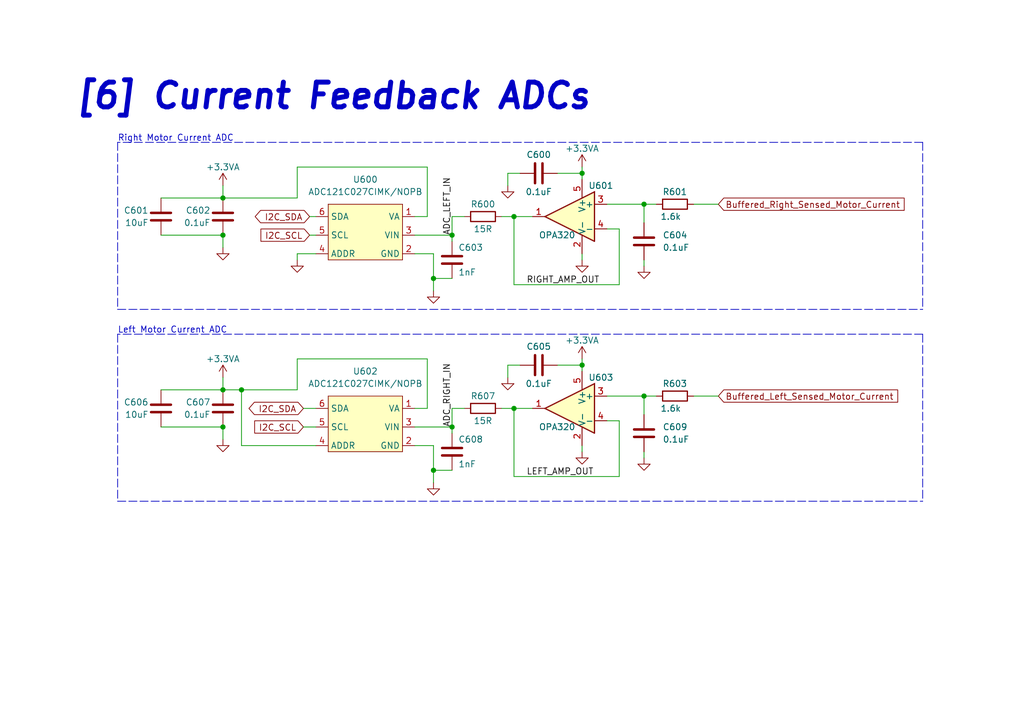
<source format=kicad_sch>
(kicad_sch (version 20211123) (generator eeschema)
  (paper "A5")
  (lib_symbols
    (symbol "ADC121C027CIMK{slash}NOPB_1"
      (property "Reference" "U" (at 0 0 0))
      (property "Value" "ADC121C027CIMK{slash}NOPB_1" (at 0 -13.97 0))
      (symbol "ADC121C027CIMK{slash}NOPB_1_0_0"
        (pin power_in line (at -10.16 -3.81 0) (length 2.54) (name "VA") (number "1"))
        (pin power_in line (at -10.16 -11.43 0) (length 2.54) (name "GND") (number "2"))
        (pin input line (at -10.16 -7.62 0) (length 2.54) (name "VIN") (number "3"))
        (pin input line (at 10.16 -11.43 180) (length 2.54) (name "ADDR") (number "4"))
        (pin input line (at 10.16 -7.62 180) (length 2.54) (name "SCL") (number "5"))
        (pin bidirectional line (at 10.16 -3.81 180) (length 2.54) (name "SDA") (number "6"))
      )
      (symbol "ADC121C027CIMK{slash}NOPB_1_0_1"
        (rectangle (start -7.62 -1.27) (end 7.62 -12.7) (fill (type background)))
      )
    )
    (symbol "Amplifier_Operational:OPA330xxDBV" (pin_names (offset 0.127))
      (property "Reference" "U" (at -1.27 6.35 0))
      (property "Value" "OPA330xxDBV" (at -1.27 3.81 0))
      (symbol "OPA330xxDBV_0_1"
        (polyline (pts (xy -5.08 5.08) (xy 5.08 0) (xy -5.08 -5.08) (xy -5.08 5.08)) (stroke (width 0.254)) (fill (type background)))
        (pin power_in line (at -2.54 -7.62 90) (length 3.81) (name "V-") (number "2"))
        (pin power_in line (at -2.54 7.62 270) (length 3.81) (name "V+") (number "5"))
      )
      (symbol "OPA330xxDBV_1_1"
        (pin output line (at 7.62 0 180) (length 2.54) (name "~") (number "1"))
        (pin input line (at -7.62 2.54 0) (length 2.54) (name "+") (number "3"))
        (pin input line (at -7.62 -2.54 0) (length 2.54) (name "-") (number "4"))
      )
    )
    (symbol "Device:C" (pin_numbers hide) (pin_names (offset 0.254))
      (property "Reference" "C" (at 0.635 2.54 0))
      (property "Value" "C" (at 0.635 -2.54 0))
      (symbol "C_0_1"
        (polyline (pts (xy -2.032 -0.762) (xy 2.032 -0.762)) (stroke (width 0.508)))
        (polyline (pts (xy -2.032 0.762) (xy 2.032 0.762)) (stroke (width 0.508)))
      )
      (symbol "C_1_1"
        (pin passive line (at 0 3.81 270) (length 2.794) (name "~") (number "1"))
        (pin passive line (at 0 -3.81 90) (length 2.794) (name "~") (number "2"))
      )
    )
    (symbol "Device:R" (pin_numbers hide) (pin_names (offset 0))
      (property "Reference" "R" (at 2.032 0 90))
      (property "Value" "R" (at 0 0 90))
      (symbol "R_0_1"
        (rectangle (start -1.016 -2.54) (end 1.016 2.54) (stroke (width 0.254)))
      )
      (symbol "R_1_1"
        (pin passive line (at 0 3.81 270) (length 1.27) (name "~") (number "1"))
        (pin passive line (at 0 -3.81 90) (length 1.27) (name "~") (number "2"))
      )
    )
    (symbol "power:+3.3VA" (power) (pin_names (offset 0))
      (property "Value" "+3.3VA" (at 0 3.556 0))
      (symbol "+3.3VA_0_1"
        (polyline (pts (xy -0.762 1.27) (xy 0 2.54)))
        (polyline (pts (xy 0 0) (xy 0 2.54)))
        (polyline (pts (xy 0 2.54) (xy 0.762 1.27)))
      )
      (symbol "+3.3VA_1_1"
        (pin power_in line (at 0 0 90) (length 0) hide (name "+3.3VA") (number "1"))
      )
    )
    (symbol "power:GND" (power) (pin_names (offset 0))
      (property "Value" "GND" (at 0 -3.81 0))
      (symbol "GND_0_1"
        (polyline (pts (xy 0 0) (xy 0 -1.27) (xy 1.27 -1.27) (xy 0 -2.54) (xy -1.27 -1.27) (xy 0 -1.27)))
      )
      (symbol "GND_1_1"
        (pin power_in line (at 0 0 270) (length 0) hide (name "GND") (number "1"))
      )
    )
  )
  (junction (at 45.72 48.26))
  (junction (at 45.72 87.63))
  (junction (at 45.72 40.64))
  (junction (at 88.9 96.52))
  (junction (at 49.53 80.01))
  (junction (at 119.38 35.56))
  (junction (at 92.71 48.26))
  (junction (at 92.71 87.63))
  (junction (at 119.38 74.93))
  (junction (at 105.41 44.45))
  (junction (at 45.72 80.01))
  (junction (at 132.08 81.28))
  (junction (at 88.9 57.15))
  (junction (at 132.08 41.91))
  (junction (at 105.41 83.82))
  (wire (pts (xy 119.38 91.44) (xy 119.38 92.71)))
  (wire (pts (xy 85.09 91.44) (xy 88.9 91.44)))
  (wire (pts (xy 127 46.99) (xy 127 58.42)))
  (polyline (pts (xy 189.23 68.58) (xy 24.13 68.58)))
  (polyline (pts (xy 189.23 29.21) (xy 189.23 63.5)))
  (wire (pts (xy 92.71 48.26) (xy 85.09 48.26)))
  (wire (pts (xy 64.77 52.07) (xy 60.96 52.07)))
  (wire (pts (xy 105.41 44.45) (xy 109.22 44.45)))
  (wire (pts (xy 64.77 44.45) (xy 63.5 44.45)))
  (polyline (pts (xy 24.13 68.58) (xy 24.13 102.87)))
  (wire (pts (xy 119.38 73.66) (xy 119.38 74.93)))
  (wire (pts (xy 33.02 87.63) (xy 45.72 87.63)))
  (wire (pts (xy 102.87 44.45) (xy 105.41 44.45)))
  (wire (pts (xy 102.87 83.82) (xy 105.41 83.82)))
  (wire (pts (xy 45.72 38.1) (xy 45.72 40.64)))
  (wire (pts (xy 119.38 35.56) (xy 119.38 36.83)))
  (wire (pts (xy 88.9 57.15) (xy 92.71 57.15)))
  (wire (pts (xy 95.25 44.45) (xy 92.71 44.45)))
  (wire (pts (xy 64.77 87.63) (xy 62.23 87.63)))
  (polyline (pts (xy 189.23 29.21) (xy 24.13 29.21)))
  (wire (pts (xy 60.96 52.07) (xy 60.96 53.34)))
  (wire (pts (xy 104.14 35.56) (xy 104.14 38.1)))
  (polyline (pts (xy 24.13 63.5) (xy 189.23 63.5)))
  (wire (pts (xy 33.02 40.64) (xy 45.72 40.64)))
  (wire (pts (xy 132.08 81.28) (xy 134.62 81.28)))
  (wire (pts (xy 85.09 52.07) (xy 88.9 52.07)))
  (wire (pts (xy 127 58.42) (xy 105.41 58.42)))
  (wire (pts (xy 114.3 35.56) (xy 119.38 35.56)))
  (wire (pts (xy 85.09 44.45) (xy 87.63 44.45)))
  (wire (pts (xy 60.96 80.01) (xy 49.53 80.01)))
  (wire (pts (xy 104.14 74.93) (xy 104.14 77.47)))
  (wire (pts (xy 45.72 40.64) (xy 60.96 40.64)))
  (wire (pts (xy 132.08 92.71) (xy 132.08 93.98)))
  (polyline (pts (xy 24.13 29.21) (xy 24.13 63.5)))
  (wire (pts (xy 85.09 83.82) (xy 87.63 83.82)))
  (wire (pts (xy 60.96 34.29) (xy 60.96 40.64)))
  (wire (pts (xy 132.08 85.09) (xy 132.08 81.28)))
  (polyline (pts (xy 189.23 68.58) (xy 189.23 102.87)))
  (wire (pts (xy 88.9 52.07) (xy 88.9 57.15)))
  (wire (pts (xy 92.71 48.26) (xy 92.71 49.53)))
  (wire (pts (xy 45.72 87.63) (xy 45.72 90.17)))
  (wire (pts (xy 87.63 44.45) (xy 87.63 34.29)))
  (wire (pts (xy 106.68 35.56) (xy 104.14 35.56)))
  (wire (pts (xy 132.08 53.34) (xy 132.08 54.61)))
  (wire (pts (xy 64.77 91.44) (xy 49.53 91.44)))
  (wire (pts (xy 88.9 57.15) (xy 88.9 59.69)))
  (wire (pts (xy 124.46 81.28) (xy 132.08 81.28)))
  (wire (pts (xy 132.08 41.91) (xy 134.62 41.91)))
  (wire (pts (xy 33.02 48.26) (xy 45.72 48.26)))
  (wire (pts (xy 88.9 91.44) (xy 88.9 96.52)))
  (wire (pts (xy 119.38 74.93) (xy 119.38 76.2)))
  (wire (pts (xy 92.71 87.63) (xy 85.09 87.63)))
  (wire (pts (xy 92.71 83.82) (xy 92.71 87.63)))
  (wire (pts (xy 64.77 83.82) (xy 62.23 83.82)))
  (wire (pts (xy 106.68 74.93) (xy 104.14 74.93)))
  (wire (pts (xy 87.63 73.66) (xy 60.96 73.66)))
  (wire (pts (xy 88.9 96.52) (xy 92.71 96.52)))
  (polyline (pts (xy 24.13 102.87) (xy 189.23 102.87)))
  (wire (pts (xy 124.46 46.99) (xy 127 46.99)))
  (wire (pts (xy 127 97.79) (xy 105.41 97.79)))
  (wire (pts (xy 87.63 34.29) (xy 60.96 34.29)))
  (wire (pts (xy 105.41 97.79) (xy 105.41 83.82)))
  (wire (pts (xy 95.25 83.82) (xy 92.71 83.82)))
  (wire (pts (xy 142.24 41.91) (xy 147.32 41.91)))
  (wire (pts (xy 132.08 45.72) (xy 132.08 41.91)))
  (wire (pts (xy 60.96 73.66) (xy 60.96 80.01)))
  (wire (pts (xy 105.41 83.82) (xy 109.22 83.82)))
  (wire (pts (xy 119.38 34.29) (xy 119.38 35.56)))
  (wire (pts (xy 92.71 44.45) (xy 92.71 48.26)))
  (wire (pts (xy 64.77 48.26) (xy 63.5 48.26)))
  (wire (pts (xy 45.72 77.47) (xy 45.72 80.01)))
  (wire (pts (xy 124.46 41.91) (xy 132.08 41.91)))
  (wire (pts (xy 124.46 86.36) (xy 127 86.36)))
  (wire (pts (xy 49.53 91.44) (xy 49.53 80.01)))
  (wire (pts (xy 105.41 58.42) (xy 105.41 44.45)))
  (wire (pts (xy 114.3 74.93) (xy 119.38 74.93)))
  (wire (pts (xy 87.63 83.82) (xy 87.63 73.66)))
  (wire (pts (xy 127 86.36) (xy 127 97.79)))
  (wire (pts (xy 119.38 52.07) (xy 119.38 53.34)))
  (wire (pts (xy 142.24 81.28) (xy 147.32 81.28)))
  (wire (pts (xy 88.9 96.52) (xy 88.9 99.06)))
  (wire (pts (xy 33.02 80.01) (xy 45.72 80.01)))
  (wire (pts (xy 49.53 80.01) (xy 45.72 80.01)))
  (wire (pts (xy 92.71 87.63) (xy 92.71 88.9)))
  (wire (pts (xy 45.72 48.26) (xy 45.72 50.8)))
  (text "Right Motor Current ADC" (at 24.13 29.21 0) (effects (font (size 1.27 1.27)) (justify left bottom)))
  (text "Left Motor Current ADC" (at 24.13 68.58 0) (effects (font (size 1.27 1.27)) (justify left bottom)))
  (text "[6] Current Feedback ADCs" (at 15.24 22.86 0) (effects (font (size 5.08 5.08) (thickness 1.016) bold italic) (justify left bottom)))
  (label "LEFT_AMP_OUT" (at 107.95 97.79 0))
  (label "RIGHT_AMP_OUT" (at 107.95 58.42 0))
  (label "ADC_RIGHT_IN" (at 92.71 87.63 90))
  (label "ADC_LEFT_IN" (at 92.71 48.26 90))
  (global_label "I2C_SCL" (shape input) (at 63.5 48.26 180) (property "Intersheet References" "${INTERSHEET_REFS}" (effects hide)))
  (global_label "I2C_SDA" (shape bidirectional) (at 62.23 83.82 180) (property "Intersheet References" "${INTERSHEET_REFS}" (effects hide)))
  (global_label "Buffered_Right_Sensed_Motor_Current" (shape input) (at 147.32 41.91 0) (property "Intersheet References" "${INTERSHEET_REFS}" (effects hide)))
  (global_label "Buffered_Left_Sensed_Motor_Current" (shape input) (at 147.32 81.28 0) (property "Intersheet References" "${INTERSHEET_REFS}" (effects hide)))
  (global_label "I2C_SCL" (shape input) (at 62.23 87.63 180) (property "Intersheet References" "${INTERSHEET_REFS}" (effects hide)))
  (global_label "I2C_SDA" (shape bidirectional) (at 63.5 44.45 180) (property "Intersheet References" "${INTERSHEET_REFS}" (effects hide)))
  (symbol (lib_id "power:GND") (at 119.38 92.71 0) (unit 1)
    (property "Reference" "#PWR?" (effects hide))
    (property "Value" "GND" (effects hide))
  )
  (symbol (lib_id "Device:R") (at 138.43 41.91 90) (unit 1)
    (property "Reference" "R601" (at 140.97 39.37 90) (effects (justify left)))
    (property "Value" "1.6k" (at 139.7 44.45 90) (effects (justify left)))
  )
  (symbol (lib_id "power:GND") (at 88.9 99.06 0) (mirror y) (unit 1)
    (property "Reference" "#PWR?" (effects hide))
    (property "Value" "GND" (effects hide))
  )
  (symbol (lib_id "Device:C") (at 45.72 44.45 0) (mirror y) (unit 1)
    (property "Reference" "C602" (at 43.18 43.18 0) (effects (justify left)))
    (property "Value" "0.1uF" (at 43.18 45.72 0) (effects (justify left)))
  )
  (symbol (lib_id "Device:C") (at 132.08 88.9 180) (unit 1)
    (property "Reference" "C609" (at 135.89 87.6299 0) (effects (justify right)))
    (property "Value" "0.1uF" (at 135.89 90.1699 0) (effects (justify right)))
  )
  (symbol (lib_id "power:GND") (at 104.14 77.47 0) (mirror y) (unit 1)
    (property "Reference" "#PWR?" (effects hide))
    (property "Value" "GND" (effects hide))
  )
  (symbol (lib_id "Amplifier_Operational:OPA330xxDBV") (at 116.84 44.45 0) (mirror y) (unit 1)
    (property "Reference" "U601" (at 120.65 38.1 0) (effects (justify right)))
    (property "Value" "OPA320" (at 110.49 48.26 0) (effects (justify right)))
    (property "Footprint" "Package_TO_SOT_SMD:SOT-23-5" (effects hide))
    (property "Datasheet" "http://www.ti.com/lit/ds/symlink/opa330.pdf" (effects hide))
  )
  (symbol (lib_id "Device:C") (at 110.49 35.56 90) (unit 1)
    (property "Reference" "C600" (at 110.49 31.75 90))
    (property "Value" "0.1uF" (at 110.49 39.37 90))
  )
  (symbol (lib_id "power:+3.3VA") (at 119.38 73.66 0) (unit 1)
    (property "Reference" "#PWR?" (effects hide))
    (property "Value" "+3.3VA" (at 119.38 69.85 0))
  )
  (symbol (lib_id "Device:C") (at 110.49 74.93 90) (unit 1)
    (property "Reference" "C605" (at 110.49 71.12 90))
    (property "Value" "0.1uF" (at 110.49 78.74 90))
  )
  (symbol (lib_id "Device:C") (at 33.02 44.45 0) (mirror y) (unit 1)
    (property "Reference" "C601" (at 30.48 43.18 0) (effects (justify left)))
    (property "Value" "10uF" (at 30.48 45.72 0) (effects (justify left)))
  )
  (symbol (lib_id "power:GND") (at 45.72 90.17 0) (mirror y) (unit 1)
    (property "Reference" "#PWR?" (effects hide))
    (property "Value" "GND" (effects hide))
  )
  (symbol (lib_id "power:GND") (at 45.72 50.8 0) (mirror y) (unit 1)
    (property "Reference" "#PWR?" (effects hide))
    (property "Value" "GND" (effects hide))
  )
  (symbol (lib_id "power:+3.3VA") (at 45.72 38.1 0) (unit 1)
    (property "Reference" "#PWR?" (effects hide))
    (property "Value" "+3.3VA" (at 45.72 34.29 0))
  )
  (symbol (lib_id "Device:C") (at 92.71 92.71 0) (unit 1)
    (property "Reference" "C608" (at 93.98 90.17 0) (effects (justify left)))
    (property "Value" "1nF" (at 93.98 95.25 0) (effects (justify left)))
  )
  (symbol (lib_id "power:+3.3VA") (at 45.72 77.47 0) (unit 1)
    (property "Reference" "#PWR?" (effects hide))
    (property "Value" "+3.3VA" (at 45.72 73.66 0))
  )
  (symbol (lib_id "power:GND") (at 88.9 59.69 0) (mirror y) (unit 1)
    (property "Reference" "#PWR?" (effects hide))
    (property "Value" "GND" (effects hide))
  )
  (symbol (lib_id "power:GND") (at 132.08 93.98 0) (unit 1)
    (property "Reference" "#PWR?" (effects hide))
    (property "Value" "GND" (effects hide))
  )
  (symbol (lib_id "Device:R") (at 99.06 44.45 90) (unit 1)
    (property "Reference" "R600" (at 99.06 41.91 90))
    (property "Value" "15R" (at 99.06 46.99 90))
  )
  (symbol (lib_id "power:GND") (at 132.08 54.61 0) (unit 1)
    (property "Reference" "#PWR?" (effects hide))
    (property "Value" "GND" (effects hide))
  )
  (symbol (lib_id "Device:C") (at 92.71 53.34 0) (unit 1)
    (property "Reference" "C603" (at 93.98 50.8 0) (effects (justify left)))
    (property "Value" "1nF" (at 93.98 55.88 0) (effects (justify left)))
  )
  (symbol (lib_id "power:GND") (at 60.96 53.34 0) (unit 1)
    (property "Reference" "#PWR?" (effects hide))
    (property "Value" "GND" (effects hide))
  )
  (symbol (lib_id "power:+3.3VA") (at 119.38 34.29 0) (unit 1)
    (property "Reference" "#PWR?" (effects hide))
    (property "Value" "+3.3VA" (at 119.38 30.48 0))
  )
  (symbol (lib_id "Device:C") (at 33.02 83.82 0) (mirror y) (unit 1)
    (property "Reference" "C606" (at 30.48 82.55 0) (effects (justify left)))
    (property "Value" "10uF" (at 30.48 85.09 0) (effects (justify left)))
  )
  (symbol (lib_id "Device:C") (at 45.72 83.82 0) (mirror y) (unit 1)
    (property "Reference" "C607" (at 43.18 82.55 0) (effects (justify left)))
    (property "Value" "0.1uF" (at 43.18 85.09 0) (effects (justify left)))
  )
  (symbol (lib_id "power:GND") (at 119.38 53.34 0) (unit 1)
    (property "Reference" "#PWR?" (effects hide))
    (property "Value" "GND" (effects hide))
  )
  (symbol (lib_id "Device:R") (at 138.43 81.28 90) (unit 1)
    (property "Reference" "R603" (at 140.97 78.74 90) (effects (justify left)))
    (property "Value" "1.6k" (at 139.7 83.82 90) (effects (justify left)))
  )
  (symbol (lib_name "ADC121C027CIMK{slash}NOPB_1") (lib_id "Ghanis_Symbols_KiCad6:ADC121C027CIMK{slash}NOPB") (at 74.93 40.64 0) (mirror y) (unit 1)
    (property "Reference" "U600" (at 74.93 36.83 0))
    (property "Value" "ADC121C027CIMK/NOPB" (at 74.93 39.37 0))
  )
  (symbol (lib_id "Amplifier_Operational:OPA330xxDBV") (at 116.84 83.82 0) (mirror y) (unit 1)
    (property "Reference" "U603" (at 120.65 77.47 0) (effects (justify right)))
    (property "Value" "OPA320" (at 110.49 87.63 0) (effects (justify right)))
    (property "Footprint" "Package_TO_SOT_SMD:SOT-23-5" (effects hide))
    (property "Datasheet" "http://www.ti.com/lit/ds/symlink/opa330.pdf" (effects hide))
  )
  (symbol (lib_id "Device:C") (at 132.08 49.53 180) (unit 1)
    (property "Reference" "C604" (at 135.89 48.2599 0) (effects (justify right)))
    (property "Value" "0.1uF" (at 135.89 50.7999 0) (effects (justify right)))
  )
  (symbol (lib_id "Device:R") (at 99.06 83.82 90) (unit 1)
    (property "Reference" "R607" (at 99.06 81.28 90))
    (property "Value" "15R" (at 99.06 86.36 90))
  )
  (symbol (lib_id "power:GND") (at 104.14 38.1 0) (mirror y) (unit 1)
    (property "Reference" "#PWR?" (effects hide))
    (property "Value" "GND" (effects hide))
  )
  (symbol (lib_name "ADC121C027CIMK{slash}NOPB_1") (lib_id "Ghanis_Symbols_KiCad6:ADC121C027CIMK{slash}NOPB") (at 74.93 80.01 0) (mirror y) (unit 1)
    (property "Reference" "U602" (at 74.93 76.2 0))
    (property "Value" "ADC121C027CIMK/NOPB" (at 74.93 78.74 0))
  )
)
</source>
